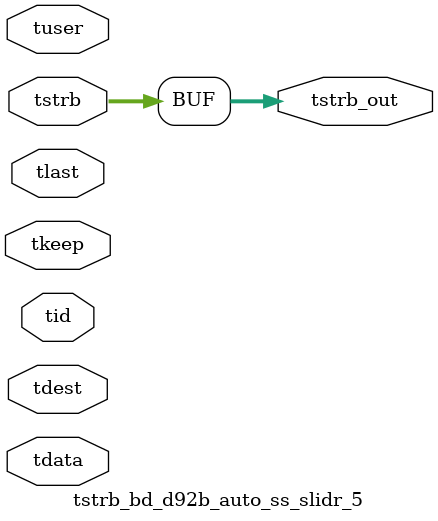
<source format=v>


`timescale 1ps/1ps

module tstrb_bd_d92b_auto_ss_slidr_5 #
(
parameter C_S_AXIS_TDATA_WIDTH = 32,
parameter C_S_AXIS_TUSER_WIDTH = 0,
parameter C_S_AXIS_TID_WIDTH   = 0,
parameter C_S_AXIS_TDEST_WIDTH = 0,
parameter C_M_AXIS_TDATA_WIDTH = 32
)
(
input  [(C_S_AXIS_TDATA_WIDTH == 0 ? 1 : C_S_AXIS_TDATA_WIDTH)-1:0     ] tdata,
input  [(C_S_AXIS_TUSER_WIDTH == 0 ? 1 : C_S_AXIS_TUSER_WIDTH)-1:0     ] tuser,
input  [(C_S_AXIS_TID_WIDTH   == 0 ? 1 : C_S_AXIS_TID_WIDTH)-1:0       ] tid,
input  [(C_S_AXIS_TDEST_WIDTH == 0 ? 1 : C_S_AXIS_TDEST_WIDTH)-1:0     ] tdest,
input  [(C_S_AXIS_TDATA_WIDTH/8)-1:0 ] tkeep,
input  [(C_S_AXIS_TDATA_WIDTH/8)-1:0 ] tstrb,
input                                                                    tlast,
output [(C_M_AXIS_TDATA_WIDTH/8)-1:0 ] tstrb_out
);

assign tstrb_out = {tstrb[7:0]};

endmodule


</source>
